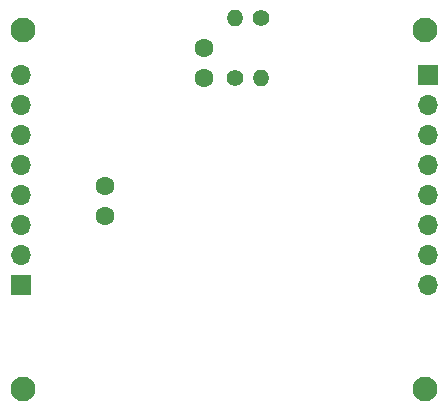
<source format=gbr>
%TF.GenerationSoftware,KiCad,Pcbnew,7.0.11*%
%TF.CreationDate,2025-01-20T01:33:53+09:00*%
%TF.ProjectId,VoltageBooster,566f6c74-6167-4654-926f-6f737465722e,rev?*%
%TF.SameCoordinates,Original*%
%TF.FileFunction,Soldermask,Bot*%
%TF.FilePolarity,Negative*%
%FSLAX46Y46*%
G04 Gerber Fmt 4.6, Leading zero omitted, Abs format (unit mm)*
G04 Created by KiCad (PCBNEW 7.0.11) date 2025-01-20 01:33:53*
%MOMM*%
%LPD*%
G01*
G04 APERTURE LIST*
%ADD10C,2.100000*%
%ADD11C,1.400000*%
%ADD12O,1.400000X1.400000*%
%ADD13R,1.700000X1.700000*%
%ADD14O,1.700000X1.700000*%
%ADD15C,1.600000*%
G04 APERTURE END LIST*
D10*
%TO.C,REF\u002A\u002A*%
X169370000Y-116740000D03*
%TD*%
%TO.C,REF\u002A\u002A*%
X135360000Y-86360000D03*
%TD*%
D11*
%TO.C,R2*%
X155448000Y-85344000D03*
D12*
X155448000Y-90424000D03*
%TD*%
D13*
%TO.C,J2*%
X135128000Y-107950000D03*
D14*
X135128000Y-105410000D03*
X135128000Y-102870000D03*
X135128000Y-100330000D03*
X135128000Y-97790000D03*
X135128000Y-95250000D03*
X135128000Y-92710000D03*
X135128000Y-90170000D03*
%TD*%
D15*
%TO.C,C3*%
X150622000Y-90404000D03*
X150622000Y-87904000D03*
%TD*%
D13*
%TO.C,J1*%
X169570000Y-90170000D03*
D14*
X169570000Y-92710000D03*
X169570000Y-95250000D03*
X169570000Y-97790000D03*
X169570000Y-100330000D03*
X169570000Y-102870000D03*
X169570000Y-105410000D03*
X169570000Y-107950000D03*
%TD*%
D10*
%TO.C,REF\u002A\u002A*%
X169350000Y-86350000D03*
%TD*%
D15*
%TO.C,C2*%
X142240000Y-102088000D03*
X142240000Y-99588000D03*
%TD*%
D10*
%TO.C,REF\u002A\u002A*%
X135360000Y-116720000D03*
%TD*%
D11*
%TO.C,R1*%
X153238000Y-90429000D03*
D12*
X153238000Y-85349000D03*
%TD*%
M02*

</source>
